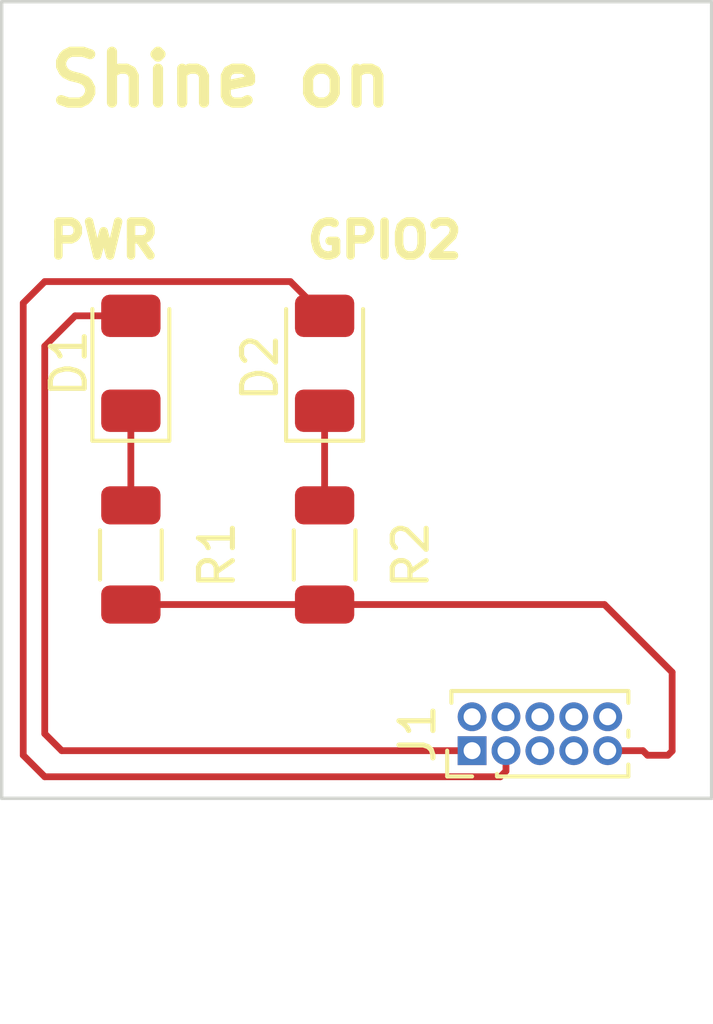
<source format=kicad_pcb>
(kicad_pcb (version 20241229) (generator "pcbnew") (generator_version "9.0")
  (layers (0 "F.Cu" signal) (2 "B.Cu" signal) (13 "F.Paste" user) (15 "B.Paste" user) (5 "F.SilkS" user "F.Silkscreen") (7 "B.SilkS" user "B.Silkscreen") (1 "F.Mask" user) (3 "B.Mask" user) (25 "Edge.Cuts" user))
  (net 0 "")
  (net 1 "Net-(D1-A)")
  (net 2 "Net-(D1-K)")
  (net 3 "Net-(D2-A)")
  (net 4 "Net-(D2-K)")
  (net 11 "Net-(J1-Pin_9)")
  (footprint "Connector_PinHeader_1.00mm:PinHeader_2x05_P1.00mm_Vertical" (layer "F.Cu") (at 144.685 98.29 90)
    (property "Reference" "J1" (at 0.5 -1.61 90) (layer "F.SilkS"))
    (property "Value" "Conn_02x05_Odd_Even")
    (fp_line (start -0.76 -0.735) (end 0 -0.735) (stroke (width 0.12)) (layer "F.SilkS"))
    (fp_line (start 1.76 -0.61) (end 1.76 4.61) (stroke (width 0.12)) (layer "F.SilkS"))
    (fp_line (start 1.41003 -0.61) (end 1.76 -0.61) (stroke (width 0.12)) (layer "F.SilkS"))
    (fp_line (start -0.76 0) (end -0.76 -0.735) (stroke (width 0.12)) (layer "F.SilkS"))
    (fp_line (start -0.76 0.735) (end -0.685565 0.735) (stroke (width 0.12)) (layer "F.SilkS"))
    (fp_line (start -0.76 0.735) (end -0.76 4.61) (stroke (width 0.12)) (layer "F.SilkS"))
    (fp_line (start 1.41003 4.61) (end 1.76 4.61) (stroke (width 0.12)) (layer "F.SilkS"))
    (fp_line (start 0.41003 4.61) (end 0.58997 4.61) (stroke (width 0.12)) (layer "F.SilkS"))
    (fp_line (start -0.76 4.61) (end -0.41003 4.61) (stroke (width 0.12)) (layer "F.SilkS"))
    (pad "1" thru_hole rect (at 0 0 90) (size 0.85 0.85) (drill 0.5) (layers "*.Cu" "*.Mask") (net 1 "Net-(D1-A)"))
    (pad "2" thru_hole circle (at 1 0 90) (size 0.85 0.85) (drill 0.5) (layers "*.Cu" "*.Mask"))
    (pad "3" thru_hole circle (at 0 1 90) (size 0.85 0.85) (drill 0.5) (layers "*.Cu" "*.Mask") (net 3 "Net-(D2-A)"))
    (pad "4" thru_hole circle (at 1 1 90) (size 0.85 0.85) (drill 0.5) (layers "*.Cu" "*.Mask"))
    (pad "5" thru_hole circle (at 0 2 90) (size 0.85 0.85) (drill 0.5) (layers "*.Cu" "*.Mask"))
    (pad "6" thru_hole circle (at 1 2 90) (size 0.85 0.85) (drill 0.5) (layers "*.Cu" "*.Mask"))
    (pad "7" thru_hole circle (at 0 3 90) (size 0.85 0.85) (drill 0.5) (layers "*.Cu" "*.Mask"))
    (pad "8" thru_hole circle (at 1 3 90) (size 0.85 0.85) (drill 0.5) (layers "*.Cu" "*.Mask"))
    (pad "9" thru_hole circle (at 0 4 90) (size 0.85 0.85) (drill 0.5) (layers "*.Cu" "*.Mask") (net 11 "Net-(J1-Pin_9)"))
    (pad "10" thru_hole circle (at 1 4 90) (size 0.85 0.85) (drill 0.5) (layers "*.Cu" "*.Mask"))
  )
  (footprint "LED_SMD:LED_1206_3216Metric" (layer "F.Cu") (at 134.62 86.865 90)
    (property "Reference" "D1" (at 0 -1.83 90) (layer "F.SilkS"))
    (property "Value" "LED")
    (fp_line (start 1.6 -1.135) (end -2.285 -1.135) (stroke (width 0.12)) (layer "F.SilkS"))
    (fp_line (start -2.285 -1.135) (end -2.285 1.135) (stroke (width 0.12)) (layer "F.SilkS"))
    (fp_line (start -2.285 1.135) (end 1.6 1.135) (stroke (width 0.12)) (layer "F.SilkS"))
    (pad "1" smd roundrect (at -1.4 0 90) (size 1.25 1.75) (layers "F.Cu" "F.Mask" "F.Paste") (roundrect_rratio 0.2) (net 2 "Net-(D1-K)"))
    (pad "2" smd roundrect (at 1.4 0 90) (size 1.25 1.75) (layers "F.Cu" "F.Mask" "F.Paste") (roundrect_rratio 0.2) (net 1 "Net-(D1-A)"))
  )
  (footprint "LED_SMD:LED_1206_3216Metric" (layer "F.Cu") (at 140.335 86.865 90)
    (property "Reference" "D2" (at -0.13 -1.905 90) (layer "F.SilkS"))
    (property "Value" "LED")
    (fp_line (start 1.6 -1.135) (end -2.285 -1.135) (stroke (width 0.12)) (layer "F.SilkS"))
    (fp_line (start -2.285 -1.135) (end -2.285 1.135) (stroke (width 0.12)) (layer "F.SilkS"))
    (fp_line (start -2.285 1.135) (end 1.6 1.135) (stroke (width 0.12)) (layer "F.SilkS"))
    (pad "1" smd roundrect (at -1.4 0 90) (size 1.25 1.75) (layers "F.Cu" "F.Mask" "F.Paste") (roundrect_rratio 0.2) (net 4 "Net-(D2-K)"))
    (pad "2" smd roundrect (at 1.4 0 90) (size 1.25 1.75) (layers "F.Cu" "F.Mask" "F.Paste") (roundrect_rratio 0.2) (net 3 "Net-(D2-A)"))
  )
  (footprint "Resistor_SMD:R_1206_3216Metric" (layer "F.Cu") (at 134.62 92.5175 -90)
    (property "Reference" "R1" (at 0 -2.54 90) (layer "F.SilkS"))
    (property "Value" "200")
    (fp_line (start -0.727064 0.91) (end 0.727064 0.91) (stroke (width 0.12)) (layer "F.SilkS"))
    (fp_line (start -0.727064 -0.91) (end 0.727064 -0.91) (stroke (width 0.12)) (layer "F.SilkS"))
    (pad "1" smd roundrect (at -1.4625 0 270) (size 1.125 1.75) (layers "F.Cu" "F.Mask" "F.Paste") (roundrect_rratio 0.222222) (net 2 "Net-(D1-K)"))
    (pad "2" smd roundrect (at 1.4625 0 270) (size 1.125 1.75) (layers "F.Cu" "F.Mask" "F.Paste") (roundrect_rratio 0.222222) (net 11 "Net-(J1-Pin_9)"))
  )
  (footprint "Resistor_SMD:R_1206_3216Metric" (layer "F.Cu") (at 140.335 92.5175 -90)
    (property "Reference" "R2" (at 0 -2.54 90) (layer "F.SilkS"))
    (property "Value" "200")
    (fp_line (start -0.727064 0.91) (end 0.727064 0.91) (stroke (width 0.12)) (layer "F.SilkS"))
    (fp_line (start -0.727064 -0.91) (end 0.727064 -0.91) (stroke (width 0.12)) (layer "F.SilkS"))
    (pad "1" smd roundrect (at -1.4625 0 270) (size 1.125 1.75) (layers "F.Cu" "F.Mask" "F.Paste") (roundrect_rratio 0.222222) (net 4 "Net-(D2-K)"))
    (pad "2" smd roundrect (at 1.4625 0 270) (size 1.125 1.75) (layers "F.Cu" "F.Mask" "F.Paste") (roundrect_rratio 0.222222) (net 11 "Net-(J1-Pin_9)"))
  )
  (gr_line (start 130.81 76.2) (end 151.75 76.2) (stroke (width 0.1)) (layer "Edge.Cuts"))
  (gr_line (start 151.75 99.695) (end 130.81 99.695) (stroke (width 0.1)) (layer "Edge.Cuts"))
  (gr_line (start 151.75 76.2) (end 151.75 99.695) (stroke (width 0.1)) (layer "Edge.Cuts"))
  (gr_line (start 130.81 99.695) (end 130.81 76.2) (stroke (width 0.1)) (layer "Edge.Cuts"))
  (gr_text "PWR" (at 132.08 83.82 0) (layer "F.SilkS") (effects (font (size 1 1) (thickness 0.25) (bold yes)) (justify left bottom)))
  (gr_text "Shine on" (at 132.08 79.375 0) (layer "F.SilkS") (effects (font (size 1.5 1.5) (thickness 0.3) (bold yes)) (justify left bottom)))
  (gr_text "GPIO2" (at 139.7 83.82 0) (layer "F.SilkS") (effects (font (size 1 1) (thickness 0.25) (bold yes)) (justify left bottom)))
  (segment (start 132.58 98.29) (end 132.08 97.79) (width 0.2) (layer "F.Cu") (net 1))
  (segment (start 132.08 86.36) (end 132.975 85.465) (width 0.2) (layer "F.Cu") (net 1))
  (segment (start 132.08 97.79) (end 132.08 86.36) (width 0.2) (layer "F.Cu") (net 1))
  (segment (start 132.975 85.465) (end 134.62 85.465) (width 0.2) (layer "F.Cu") (net 1))
  (segment (start 144.685 98.29) (end 132.58 98.29) (width 0.2) (layer "F.Cu") (net 1))
  (segment (start 134.62 91.055) (end 134.62 88.265) (width 0.2) (layer "F.Cu") (net 2))
  (segment (start 139.325 84.455) (end 140.335 85.465) (width 0.2) (layer "F.Cu") (net 3))
  (segment (start 145.685 98.89104) (end 145.51604 99.06) (width 0.2) (layer "F.Cu") (net 3))
  (segment (start 132.08 84.455) (end 139.325 84.455) (width 0.2) (layer "F.Cu") (net 3))
  (segment (start 132.08 99.06) (end 131.445 98.425) (width 0.2) (layer "F.Cu") (net 3))
  (segment (start 145.685 98.29) (end 145.685 98.89104) (width 0.2) (layer "F.Cu") (net 3))
  (segment (start 131.445 85.09) (end 132.08 84.455) (width 0.2) (layer "F.Cu") (net 3))
  (segment (start 131.445 98.425) (end 131.445 85.09) (width 0.2) (layer "F.Cu") (net 3))
  (segment (start 145.51604 99.06) (end 132.08 99.06) (width 0.2) (layer "F.Cu") (net 3))
  (segment (start 140.335 88.265) (end 140.335 91.055) (width 0.2) (layer "F.Cu") (net 4))
  (segment (start 150.586 95.976) (end 150.586 98.30004) (width 0.2) (layer "F.Cu") (net 11))
  (segment (start 140.335 93.98) (end 134.62 93.98) (width 0.2) (layer "F.Cu") (net 11))
  (segment (start 149.86 98.425) (end 149.725 98.29) (width 0.2) (layer "F.Cu") (net 11))
  (segment (start 149.725 98.29) (end 148.685 98.29) (width 0.2) (layer "F.Cu") (net 11))
  (segment (start 150.46104 98.425) (end 149.86 98.425) (width 0.2) (layer "F.Cu") (net 11))
  (segment (start 148.59 93.98) (end 150.586 95.976) (width 0.2) (layer "F.Cu") (net 11))
  (segment (start 150.586 98.30004) (end 150.46104 98.425) (width 0.2) (layer "F.Cu") (net 11))
  (segment (start 140.335 93.98) (end 148.59 93.98) (width 0.2) (layer "F.Cu") (net 11))
)
</source>
